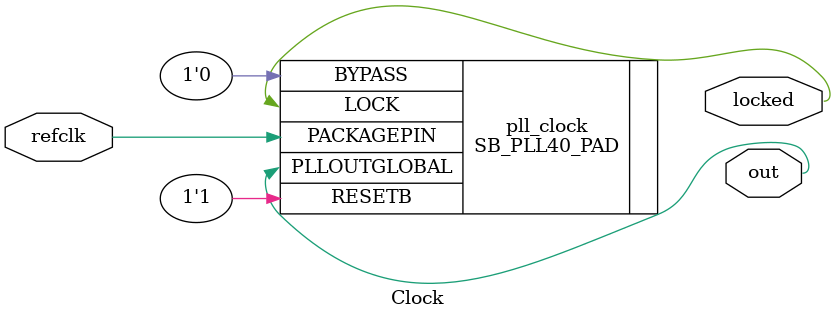
<source format=v>
`default_nettype none
`timescale 1ps / 1ps

module Clock (
  input refclk,
  output locked,
  output out
);

SB_PLL40_PAD #(
  .FEEDBACK_PATH("SIMPLE"),
  .DIVR(4'b0000),        // DIVR = 0
  .DIVF(7'b1000010),     // DIVF = 66
  .DIVQ(3'b101),         // DIVQ = 5
  .FILTER_RANGE(3'b001), // FILTER_RANGE = 1
) pll_clock (
  .RESETB(1'b1),
  .BYPASS(1'b0),
  .LOCK(locked),
  .PACKAGEPIN(refclk),
  .PLLOUTGLOBAL(out)
);

endmodule

</source>
